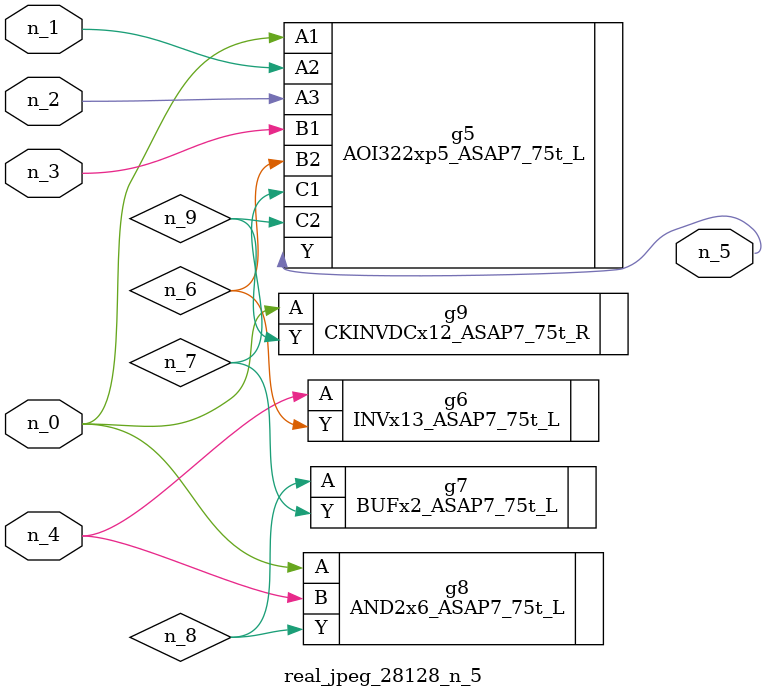
<source format=v>
module real_jpeg_28128_n_5 (n_4, n_0, n_1, n_2, n_3, n_5);

input n_4;
input n_0;
input n_1;
input n_2;
input n_3;

output n_5;

wire n_8;
wire n_6;
wire n_7;
wire n_9;

AOI322xp5_ASAP7_75t_L g5 ( 
.A1(n_0),
.A2(n_1),
.A3(n_2),
.B1(n_3),
.B2(n_6),
.C1(n_7),
.C2(n_9),
.Y(n_5)
);

AND2x6_ASAP7_75t_L g8 ( 
.A(n_0),
.B(n_4),
.Y(n_8)
);

CKINVDCx12_ASAP7_75t_R g9 ( 
.A(n_0),
.Y(n_9)
);

INVx13_ASAP7_75t_L g6 ( 
.A(n_4),
.Y(n_6)
);

BUFx2_ASAP7_75t_L g7 ( 
.A(n_8),
.Y(n_7)
);


endmodule
</source>
